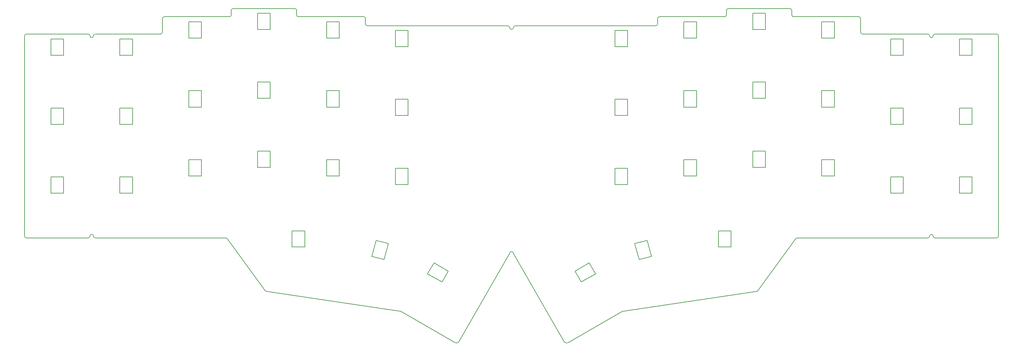
<source format=gbr>
G04 #@! TF.GenerationSoftware,KiCad,Pcbnew,(5.1.5)-3*
G04 #@! TF.CreationDate,2020-07-27T19:09:03+07:00*
G04 #@! TF.ProjectId,corne-classic,636f726e-652d-4636-9c61-737369632e6b,1.1*
G04 #@! TF.SameCoordinates,Original*
G04 #@! TF.FileFunction,Profile,NP*
%FSLAX46Y46*%
G04 Gerber Fmt 4.6, Leading zero omitted, Abs format (unit mm)*
G04 Created by KiCad (PCBNEW (5.1.5)-3) date 2020-07-27 19:09:03*
%MOMM*%
%LPD*%
G04 APERTURE LIST*
%ADD10C,0.150000*%
G04 APERTURE END LIST*
D10*
X149351800Y-84489800D02*
G75*
G02X149851800Y-84989800I0J-500000D01*
G01*
X148801200Y-84988600D02*
G75*
G02X149301200Y-84488600I500000J0D01*
G01*
X149301200Y-84488600D02*
X149351800Y-84489800D01*
X149352000Y-23241000D02*
X149301400Y-23239800D01*
X149852000Y-22741000D02*
G75*
G02X149352000Y-23241000I-500000J0D01*
G01*
X149301400Y-23239800D02*
G75*
G02X148801400Y-22739800I0J500000D01*
G01*
X181351800Y-61489800D02*
X181351800Y-65989800D01*
X172501800Y-90689800D02*
X168501800Y-92889800D01*
X183301800Y-82289800D02*
X186701800Y-81389800D01*
X184501800Y-86689800D02*
X183301800Y-82289800D01*
X187901800Y-85789800D02*
X184501800Y-86689800D01*
X186701800Y-81389800D02*
X187901800Y-85789800D01*
X206351800Y-83239800D02*
X206351800Y-78789800D01*
X209851800Y-83239800D02*
X206351800Y-83239800D01*
X209851800Y-78789800D02*
X209851800Y-83239800D01*
X177851800Y-61489800D02*
X181351800Y-61489800D01*
X177851800Y-65989800D02*
X177851800Y-61489800D01*
X181351800Y-65989800D02*
X177851800Y-65989800D01*
X196851800Y-59139800D02*
X200351800Y-59139800D01*
X196851800Y-63639800D02*
X196851800Y-59139800D01*
X200351800Y-63639800D02*
X196851800Y-63639800D01*
X200351800Y-59139800D02*
X200351800Y-63639800D01*
X215851800Y-56739800D02*
X219351800Y-56739800D01*
X215851800Y-61239800D02*
X215851800Y-56739800D01*
X219351800Y-61239800D02*
X215851800Y-61239800D01*
X219351800Y-56739800D02*
X219351800Y-61239800D01*
X234851800Y-59139800D02*
X238351800Y-59139800D01*
X234851800Y-63639800D02*
X234851800Y-59139800D01*
X238351800Y-63639800D02*
X234851800Y-63639800D01*
X238351800Y-59139800D02*
X238351800Y-63639800D01*
X177851800Y-42489800D02*
X181351800Y-42489800D01*
X177851800Y-46989800D02*
X177851800Y-42489800D01*
X181351800Y-46989800D02*
X177851800Y-46989800D01*
X181351800Y-42489800D02*
X181351800Y-46989800D01*
X196851800Y-40139800D02*
X200351800Y-40139800D01*
X196851800Y-44639800D02*
X196851800Y-40139800D01*
X200351800Y-44639800D02*
X196851800Y-44639800D01*
X200351800Y-40139800D02*
X200351800Y-44639800D01*
X215851800Y-37739800D02*
X219351800Y-37739800D01*
X215851800Y-42239800D02*
X215851800Y-37739800D01*
X219351800Y-42239800D02*
X215851800Y-42239800D01*
X219351800Y-37739800D02*
X219351800Y-42239800D01*
X234851800Y-40139800D02*
X238351800Y-40139800D01*
X234851800Y-44639800D02*
X234851800Y-40139800D01*
X238351800Y-44639800D02*
X234851800Y-44639800D01*
X238351800Y-40139800D02*
X238351800Y-44639800D01*
X177851800Y-23489800D02*
X181351800Y-23489800D01*
X177851800Y-27989800D02*
X177851800Y-23489800D01*
X181351800Y-27989800D02*
X177851800Y-27989800D01*
X181351800Y-23489800D02*
X181351800Y-27989800D01*
X196851800Y-21139800D02*
X200351800Y-21139800D01*
X196851800Y-25639800D02*
X196851800Y-21139800D01*
X200351800Y-25639800D02*
X196851800Y-25639800D01*
X200351800Y-21139800D02*
X200351800Y-25639800D01*
X215851800Y-18739800D02*
X219351800Y-18739800D01*
X215851800Y-23239800D02*
X215851800Y-18739800D01*
X219351800Y-23239800D02*
X215851800Y-23239800D01*
X219351800Y-18739800D02*
X219351800Y-23239800D01*
X234851800Y-21139800D02*
X238351800Y-21139800D01*
X234851800Y-25639800D02*
X234851800Y-21139800D01*
X238351800Y-25639800D02*
X234851800Y-25639800D01*
X238351800Y-21139800D02*
X238351800Y-25639800D01*
X253851800Y-63889800D02*
X257351800Y-63889800D01*
X253851800Y-68389800D02*
X253851800Y-63889800D01*
X257351800Y-68389800D02*
X253851800Y-68389800D01*
X257351800Y-63889800D02*
X257351800Y-68389800D01*
X272851800Y-63889800D02*
X276351800Y-63889800D01*
X272851800Y-68389800D02*
X272851800Y-63889800D01*
X276351800Y-68389800D02*
X272851800Y-68389800D01*
X276351800Y-63889800D02*
X276351800Y-68389800D01*
X253851800Y-44889800D02*
X257351800Y-44889800D01*
X253851800Y-49389800D02*
X253851800Y-44889800D01*
X257351800Y-49389800D02*
X253851800Y-49389800D01*
X257351800Y-44889800D02*
X257351800Y-49389800D01*
X272851800Y-44889800D02*
X276351800Y-44889800D01*
X272851800Y-49389800D02*
X272851800Y-44889800D01*
X276351800Y-49389800D02*
X272851800Y-49389800D01*
X276351800Y-44889800D02*
X276351800Y-49389800D01*
X253851800Y-25889800D02*
X257351800Y-25889800D01*
X253851800Y-30389800D02*
X253851800Y-25889800D01*
X257351800Y-30389800D02*
X253851800Y-30389800D01*
X257351800Y-25889800D02*
X257351800Y-30389800D01*
X272851800Y-25889800D02*
X276351800Y-25889800D01*
X272851800Y-30389800D02*
X272851800Y-25889800D01*
X276351800Y-30389800D02*
X272851800Y-30389800D01*
X276351800Y-25889800D02*
X276351800Y-30389800D01*
X283101800Y-80739800D02*
X266101800Y-80739800D01*
X246101800Y-24489800D02*
X264101800Y-24489800D01*
X245601800Y-20239800D02*
X245601800Y-23989800D01*
X227101800Y-19739800D02*
X245101800Y-19739800D01*
X226601800Y-17989800D02*
X226601800Y-19239800D01*
X209101800Y-17489800D02*
X226101800Y-17489800D01*
X208601800Y-19239800D02*
X208601800Y-17989800D01*
X190101800Y-19739800D02*
X208101800Y-19739800D01*
X189601800Y-21739800D02*
X189601800Y-20239800D01*
X170101800Y-22239800D02*
X189101800Y-22239800D01*
X265101800Y-79739800D02*
G75*
G02X265601800Y-80239800I0J-500000D01*
G01*
X265601800Y-24989800D02*
G75*
G02X265101800Y-25489800I-500000J0D01*
G01*
X265101800Y-25489800D02*
G75*
G02X264601800Y-24989800I0J500000D01*
G01*
X283601800Y-24989800D02*
X283601800Y-80239800D01*
X266101800Y-24489800D02*
X283101800Y-24489800D01*
X283101800Y-24489800D02*
G75*
G02X283601800Y-24989800I0J-500000D01*
G01*
X150351800Y-22239800D02*
X170101800Y-22239800D01*
X165031800Y-109519800D02*
G75*
G02X163801800Y-109289800I-500000J730000D01*
G01*
X217205353Y-95343353D02*
G75*
G02X216851800Y-95489800I-353553J353553D01*
G01*
X227748247Y-80886247D02*
G75*
G02X228101800Y-80739800I353553J-353553D01*
G01*
X227748247Y-80886247D02*
X217205353Y-95343353D01*
X283601800Y-80239800D02*
G75*
G02X283101800Y-80739800I-500000J0D01*
G01*
X266101800Y-80739800D02*
G75*
G02X265601800Y-80239800I0J500000D01*
G01*
X264601800Y-80239800D02*
G75*
G02X264101800Y-80739800I-500000J0D01*
G01*
X264601800Y-80239800D02*
G75*
G02X265101800Y-79739800I500000J0D01*
G01*
X265601800Y-24989800D02*
G75*
G02X266101800Y-24489800I500000J0D01*
G01*
X264101800Y-24489800D02*
G75*
G02X264601800Y-24989800I0J-500000D01*
G01*
X246101800Y-24489800D02*
G75*
G02X245601800Y-23989800I0J500000D01*
G01*
X245101800Y-19739800D02*
G75*
G02X245601800Y-20239800I0J-500000D01*
G01*
X227101800Y-19739800D02*
G75*
G02X226601800Y-19239800I0J500000D01*
G01*
X226101800Y-17489800D02*
G75*
G02X226601800Y-17989800I0J-500000D01*
G01*
X208601800Y-17989800D02*
G75*
G02X209101800Y-17489800I500000J0D01*
G01*
X208601800Y-19239800D02*
G75*
G02X208101800Y-19739800I-500000J0D01*
G01*
X189601800Y-20239800D02*
G75*
G02X190101800Y-19739800I500000J0D01*
G01*
X189601800Y-21739800D02*
G75*
G02X189101800Y-22239800I-500000J0D01*
G01*
X149851800Y-22739800D02*
G75*
G02X150351800Y-22239800I500000J0D01*
G01*
X163801800Y-109289800D02*
X149851800Y-84989800D01*
X179851800Y-100989800D02*
X165031800Y-109519800D01*
X216851800Y-95489800D02*
X179851800Y-100989800D01*
X206351800Y-78789800D02*
X209851800Y-78789800D01*
X228101800Y-80739800D02*
X264101800Y-80739800D01*
X170701800Y-87589800D02*
X172501800Y-90689800D01*
X166801800Y-89889800D02*
X170701800Y-87589800D01*
X168501800Y-92889800D02*
X166801800Y-89889800D01*
X33551400Y-25489800D02*
G75*
G03X34051400Y-24989800I0J500000D01*
G01*
X33051400Y-24989800D02*
G75*
G03X33551400Y-25489800I500000J0D01*
G01*
X33551400Y-79739800D02*
G75*
G03X33051400Y-80239800I0J-500000D01*
G01*
X128551400Y-22239800D02*
X109551400Y-22239800D01*
X109051400Y-21739800D02*
X109051400Y-20239800D01*
X108551400Y-19739800D02*
X90551400Y-19739800D01*
X90051400Y-19239800D02*
X90051400Y-17989800D01*
X89551400Y-17489800D02*
X72551400Y-17489800D01*
X72051400Y-17989800D02*
X72051400Y-19239800D01*
X71551400Y-19739800D02*
X53551400Y-19739800D01*
X53051400Y-20239800D02*
X53051400Y-23989800D01*
X52551400Y-24489800D02*
X34551400Y-24489800D01*
X15551400Y-80739800D02*
X32551400Y-80739800D01*
X22301400Y-25889800D02*
X22301400Y-30389800D01*
X22301400Y-30389800D02*
X25801400Y-30389800D01*
X25801400Y-30389800D02*
X25801400Y-25889800D01*
X25801400Y-25889800D02*
X22301400Y-25889800D01*
X41301400Y-25889800D02*
X41301400Y-30389800D01*
X41301400Y-30389800D02*
X44801400Y-30389800D01*
X44801400Y-30389800D02*
X44801400Y-25889800D01*
X44801400Y-25889800D02*
X41301400Y-25889800D01*
X22301400Y-44889800D02*
X22301400Y-49389800D01*
X22301400Y-49389800D02*
X25801400Y-49389800D01*
X25801400Y-49389800D02*
X25801400Y-44889800D01*
X25801400Y-44889800D02*
X22301400Y-44889800D01*
X41301400Y-44889800D02*
X41301400Y-49389800D01*
X41301400Y-49389800D02*
X44801400Y-49389800D01*
X44801400Y-49389800D02*
X44801400Y-44889800D01*
X44801400Y-44889800D02*
X41301400Y-44889800D01*
X22301400Y-63889800D02*
X22301400Y-68389800D01*
X22301400Y-68389800D02*
X25801400Y-68389800D01*
X25801400Y-68389800D02*
X25801400Y-63889800D01*
X25801400Y-63889800D02*
X22301400Y-63889800D01*
X41301400Y-63889800D02*
X41301400Y-68389800D01*
X41301400Y-68389800D02*
X44801400Y-68389800D01*
X44801400Y-68389800D02*
X44801400Y-63889800D01*
X44801400Y-63889800D02*
X41301400Y-63889800D01*
X60301400Y-21139800D02*
X60301400Y-25639800D01*
X60301400Y-25639800D02*
X63801400Y-25639800D01*
X63801400Y-25639800D02*
X63801400Y-21139800D01*
X63801400Y-21139800D02*
X60301400Y-21139800D01*
X79301400Y-18739800D02*
X79301400Y-23239800D01*
X79301400Y-23239800D02*
X82801400Y-23239800D01*
X82801400Y-23239800D02*
X82801400Y-18739800D01*
X82801400Y-18739800D02*
X79301400Y-18739800D01*
X98301400Y-21139800D02*
X98301400Y-25639800D01*
X98301400Y-25639800D02*
X101801400Y-25639800D01*
X101801400Y-25639800D02*
X101801400Y-21139800D01*
X101801400Y-21139800D02*
X98301400Y-21139800D01*
X117301400Y-23489800D02*
X117301400Y-27989800D01*
X117301400Y-27989800D02*
X120801400Y-27989800D01*
X120801400Y-27989800D02*
X120801400Y-23489800D01*
X120801400Y-23489800D02*
X117301400Y-23489800D01*
X60301400Y-40139800D02*
X60301400Y-44639800D01*
X60301400Y-44639800D02*
X63801400Y-44639800D01*
X63801400Y-44639800D02*
X63801400Y-40139800D01*
X63801400Y-40139800D02*
X60301400Y-40139800D01*
X79301400Y-37739800D02*
X79301400Y-42239800D01*
X79301400Y-42239800D02*
X82801400Y-42239800D01*
X82801400Y-42239800D02*
X82801400Y-37739800D01*
X82801400Y-37739800D02*
X79301400Y-37739800D01*
X98301400Y-40139800D02*
X98301400Y-44639800D01*
X98301400Y-44639800D02*
X101801400Y-44639800D01*
X101801400Y-44639800D02*
X101801400Y-40139800D01*
X101801400Y-40139800D02*
X98301400Y-40139800D01*
X117301400Y-42489800D02*
X117301400Y-46989800D01*
X117301400Y-46989800D02*
X120801400Y-46989800D01*
X120801400Y-46989800D02*
X120801400Y-42489800D01*
X120801400Y-42489800D02*
X117301400Y-42489800D01*
X60301400Y-59139800D02*
X60301400Y-63639800D01*
X60301400Y-63639800D02*
X63801400Y-63639800D01*
X63801400Y-63639800D02*
X63801400Y-59139800D01*
X63801400Y-59139800D02*
X60301400Y-59139800D01*
X79301400Y-56739800D02*
X79301400Y-61239800D01*
X79301400Y-61239800D02*
X82801400Y-61239800D01*
X82801400Y-61239800D02*
X82801400Y-56739800D01*
X82801400Y-56739800D02*
X79301400Y-56739800D01*
X98301400Y-59139800D02*
X98301400Y-63639800D01*
X98301400Y-63639800D02*
X101801400Y-63639800D01*
X101801400Y-63639800D02*
X101801400Y-59139800D01*
X101801400Y-59139800D02*
X98301400Y-59139800D01*
X117301400Y-61489800D02*
X117301400Y-65989800D01*
X117301400Y-65989800D02*
X120801400Y-65989800D01*
X120801400Y-65989800D02*
X120801400Y-61489800D01*
X120801400Y-61489800D02*
X117301400Y-61489800D01*
X88801400Y-78789800D02*
X88801400Y-83239800D01*
X88801400Y-83239800D02*
X92301400Y-83239800D01*
X92301400Y-83239800D02*
X92301400Y-78789800D01*
X111951400Y-81389800D02*
X110751400Y-85789800D01*
X110751400Y-85789800D02*
X114151400Y-86689800D01*
X114151400Y-86689800D02*
X115351400Y-82289800D01*
X115351400Y-82289800D02*
X111951400Y-81389800D01*
X126151400Y-90689800D02*
X130151400Y-92889800D01*
X130151400Y-92889800D02*
X131851400Y-89889800D01*
X131851400Y-89889800D02*
X127951400Y-87589800D01*
X127951400Y-87589800D02*
X126151400Y-90689800D01*
X70551400Y-80739800D02*
X34551400Y-80739800D01*
X92301400Y-78789800D02*
X88801400Y-78789800D01*
X81801400Y-95489800D02*
X118801400Y-100989800D01*
X118801400Y-100989800D02*
X133621400Y-109519800D01*
X134851400Y-109289800D02*
X148801400Y-84989800D01*
X148801400Y-22739800D02*
G75*
G03X148301400Y-22239800I-500000J0D01*
G01*
X109051400Y-21739800D02*
G75*
G03X109551400Y-22239800I500000J0D01*
G01*
X109051400Y-20239800D02*
G75*
G03X108551400Y-19739800I-500000J0D01*
G01*
X90051400Y-19239800D02*
G75*
G03X90551400Y-19739800I500000J0D01*
G01*
X90051400Y-17989800D02*
G75*
G03X89551400Y-17489800I-500000J0D01*
G01*
X72551400Y-17489800D02*
G75*
G03X72051400Y-17989800I0J-500000D01*
G01*
X71551400Y-19739800D02*
G75*
G03X72051400Y-19239800I0J500000D01*
G01*
X53551400Y-19739800D02*
G75*
G03X53051400Y-20239800I0J-500000D01*
G01*
X52551400Y-24489800D02*
G75*
G03X53051400Y-23989800I0J500000D01*
G01*
X34551400Y-24489800D02*
G75*
G03X34051400Y-24989800I0J-500000D01*
G01*
X33051400Y-24989800D02*
G75*
G03X32551400Y-24489800I-500000J0D01*
G01*
X34051400Y-80239800D02*
G75*
G03X33551400Y-79739800I-500000J0D01*
G01*
X34051400Y-80239800D02*
G75*
G03X34551400Y-80739800I500000J0D01*
G01*
X32551400Y-80739800D02*
G75*
G03X33051400Y-80239800I0J500000D01*
G01*
X15051400Y-80239800D02*
G75*
G03X15551400Y-80739800I500000J0D01*
G01*
X70904953Y-80886247D02*
X81447847Y-95343353D01*
X70904953Y-80886247D02*
G75*
G03X70551400Y-80739800I-353553J-353553D01*
G01*
X81447847Y-95343353D02*
G75*
G03X81801400Y-95489800I353553J353553D01*
G01*
X133621400Y-109519800D02*
G75*
G03X134851400Y-109289800I500000J730000D01*
G01*
X148301400Y-22239800D02*
X128551400Y-22239800D01*
X15551400Y-24489800D02*
G75*
G03X15051400Y-24989800I0J-500000D01*
G01*
X32551400Y-24489800D02*
X15551400Y-24489800D01*
X15051400Y-24989800D02*
X15051400Y-80239800D01*
M02*

</source>
